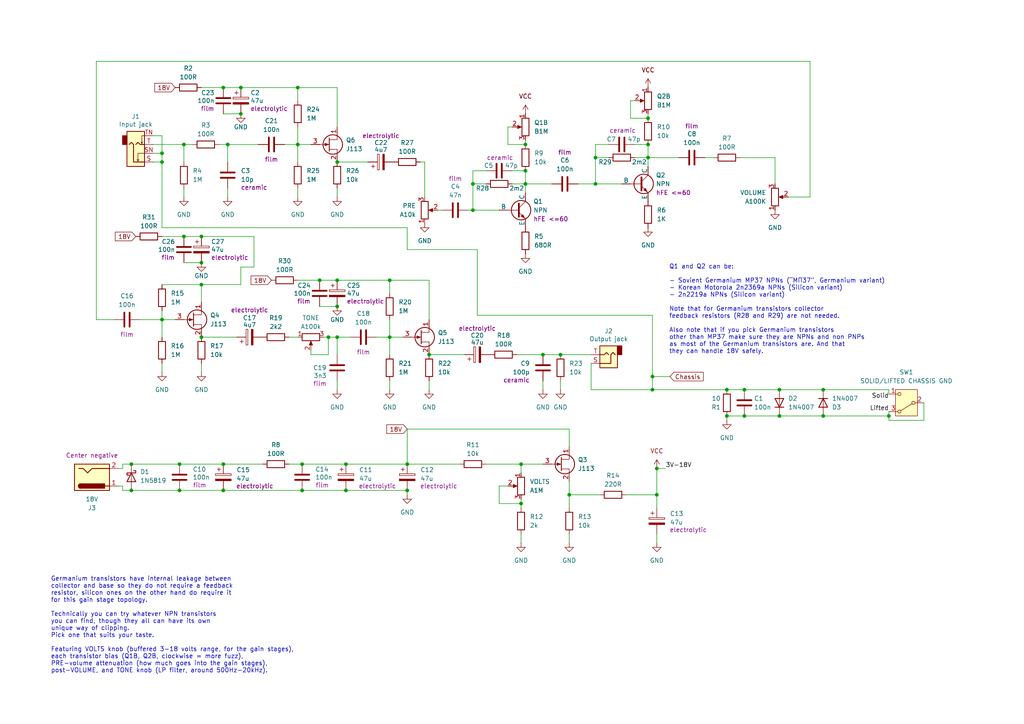
<source format=kicad_sch>
(kicad_sch (version 20250114) (generator "eeschema") (generator_version "9.0")
  (paper "A4")
  (title_block (title "Wenzel’s Fuzz/Boost") (date "February 2026") (rev "r3-wip-1") (comment 1 "You can control anyway how much voltage gain stages receive (as low as 3 volts).") (comment 2 "Feeds from 18V. Technically will work from 9V, but better 18V.") (comment 3 "Two gain stages preserve original signal polarity orientation (non-inverting).") (comment 4 "Simple low-hFE NPN transistor-clipping fuzz/boost guitar pedal."))
  (lib_symbols
    (symbol "Connector:Jack-DC" (pin_names (offset 1.016))
      (property "Reference" "J" (at 0 5.334 0))
      (property "Value" "Jack-DC" (at 0 -5.08 0))
      (symbol "Jack-DC_0_1"
        (rectangle (start -5.08 3.81) (end 5.08 -3.81) (stroke (width 0.254)) (fill (type background)))
        (polyline (pts (xy -3.81 -2.54) (xy -2.54 -2.54) (xy -1.27 -1.27) (xy 0 -2.54) (xy 2.54 -2.54) (xy 5.08 -2.54)) (stroke (width 0.254)))
        (arc (start -3.302 1.905) (mid -3.9343 2.54) (end -3.302 3.175) (stroke (width 0.254)))
        (arc (start -3.302 1.905) (mid -3.9343 2.54) (end -3.302 3.175) (stroke (width 0.254)) (fill (type outline)))
        (rectangle (start 3.683 3.175) (end -3.302 1.905) (stroke (width 0.254)) (fill (type outline)))
        (polyline (pts (xy 5.08 2.54) (xy 3.81 2.54)) (stroke (width 0.254)))
      )
      (symbol "Jack-DC_1_1"
        (pin passive line (at 7.62 2.54 180) (length 2.54) (name "~") (number "1"))
        (pin passive line (at 7.62 -2.54 180) (length 2.54) (name "~") (number "2"))
      )
    )
    (symbol "Connector_Audio:AudioJack2"
      (property "Reference" "J" (at 0 8.89 0))
      (property "Value" "AudioJack2" (at 0 6.35 0))
      (symbol "AudioJack2_0_1"
        (rectangle (start -3.81 0) (end -2.54 -2.54) (stroke (width 0.254)) (fill (type outline)))
        (rectangle (start -2.54 3.81) (end 2.54 -2.54) (stroke (width 0.254)) (fill (type background)))
        (polyline (pts (xy 0 0) (xy 0.635 -0.635) (xy 1.27 0) (xy 2.54 0)) (stroke (width 0.254)))
        (polyline (pts (xy 2.54 2.54) (xy -0.635 2.54) (xy -0.635 0) (xy -1.27 -0.635) (xy -1.905 0)) (stroke (width 0.254)))
      )
      (symbol "AudioJack2_1_1"
        (pin passive line (at 5.08 2.54 180) (length 2.54) (name "~") (number "S"))
        (pin passive line (at 5.08 0 180) (length 2.54) (name "~") (number "T"))
      )
    )
    (symbol "Connector_Audio:AudioJack2_Switch"
      (property "Reference" "J" (at 0 11.43 0))
      (property "Value" "AudioJack2_Switch" (at 0 8.89 0))
      (symbol "AudioJack2_Switch_0_1"
        (rectangle (start -2.54 0) (end -3.81 -2.54) (stroke (width 0.254)) (fill (type outline)))
        (rectangle (start 2.54 6.35) (end -2.54 -3.81) (stroke (width 0.254)) (fill (type background)))
      )
      (symbol "AudioJack2_Switch_1_1"
        (polyline (pts (xy 0 0) (xy 0.635 -0.635) (xy 1.27 0) (xy 2.54 0)) (stroke (width 0.254)))
        (polyline (pts (xy 0.635 4.826) (xy 0.889 4.318)))
        (polyline (pts (xy 1.778 -0.254) (xy 2.032 -0.762)))
        (polyline (pts (xy 2.54 5.08) (xy -0.635 5.08) (xy -0.635 0) (xy -1.27 -0.635) (xy -1.905 0)) (stroke (width 0.254)))
        (polyline (pts (xy 2.54 2.54) (xy 0.635 2.54) (xy 0.635 4.826) (xy 0.381 4.318)))
        (polyline (pts (xy 2.54 -2.54) (xy 1.778 -2.54) (xy 1.778 -0.254) (xy 1.524 -0.762)))
        (pin passive line (at 5.08 5.08 180) (length 2.54) (name "~") (number "S"))
        (pin passive line (at 5.08 2.54 180) (length 2.54) (name "~") (number "SN"))
        (pin passive line (at 5.08 0 180) (length 2.54) (name "~") (number "T"))
        (pin passive line (at 5.08 -2.54 180) (length 2.54) (name "~") (number "TN"))
      )
    )
    (symbol "Device:C" (pin_numbers (hide yes)) (pin_names (offset 0.254))
      (property "Reference" "C" (at 0.635 2.54 0))
      (property "Value" "C" (at 0.635 -2.54 0))
      (symbol "C_0_1"
        (polyline (pts (xy -2.032 0.762) (xy 2.032 0.762)) (stroke (width 0.508)))
        (polyline (pts (xy -2.032 -0.762) (xy 2.032 -0.762)) (stroke (width 0.508)))
      )
      (symbol "C_1_1"
        (pin passive line (at 0 3.81 270) (length 2.794) (name "~") (number "1"))
        (pin passive line (at 0 -3.81 90) (length 2.794) (name "~") (number "2"))
      )
    )
    (symbol "Device:C_Polarized" (pin_numbers (hide yes)) (pin_names (offset 0.254))
      (property "Reference" "C" (at 0.635 2.54 0))
      (property "Value" "C_Polarized" (at 0.635 -2.54 0))
      (symbol "C_Polarized_0_1"
        (rectangle (start -2.286 0.508) (end 2.286 1.016))
        (polyline (pts (xy -1.778 2.286) (xy -0.762 2.286)))
        (polyline (pts (xy -1.27 2.794) (xy -1.27 1.778)))
        (rectangle (start 2.286 -0.508) (end -2.286 -1.016) (fill (type outline)))
      )
      (symbol "C_Polarized_1_1"
        (pin passive line (at 0 3.81 270) (length 2.794) (name "~") (number "1"))
        (pin passive line (at 0 -3.81 90) (length 2.794) (name "~") (number "2"))
      )
    )
    (symbol "Device:R" (pin_numbers (hide yes)) (pin_names (offset 0))
      (property "Reference" "R" (at 2.032 0 90))
      (property "Value" "R" (at 0 0 90))
      (symbol "R_0_1"
        (rectangle (start -1.016 -2.54) (end 1.016 2.54) (stroke (width 0.254)))
      )
      (symbol "R_1_1"
        (pin passive line (at 0 3.81 270) (length 1.27) (name "~") (number "1"))
        (pin passive line (at 0 -3.81 90) (length 1.27) (name "~") (number "2"))
      )
    )
    (symbol "Device:R_Potentiometer" (pin_names (offset 1.016) (hide yes))
      (property "Reference" "RV" (at -4.445 0 90))
      (property "Value" "R_Potentiometer" (at -2.54 0 90))
      (symbol "R_Potentiometer_0_1"
        (rectangle (start 1.016 2.54) (end -1.016 -2.54) (stroke (width 0.254)))
        (polyline (pts (xy 1.143 0) (xy 2.286 0.508) (xy 2.286 -0.508) (xy 1.143 0)) (fill (type outline)))
        (polyline (pts (xy 2.54 0) (xy 1.524 0)))
      )
      (symbol "R_Potentiometer_1_1"
        (pin passive line (at 0 3.81 270) (length 1.27) (name "1") (number "1"))
        (pin passive line (at 0 -3.81 90) (length 1.27) (name "3") (number "3"))
        (pin passive line (at 3.81 0 180) (length 1.27) (name "2") (number "2"))
      )
    )
    (symbol "Diode:1N4007" (pin_numbers (hide yes)) (pin_names (hide yes))
      (property "Reference" "D" (at 0 2.54 0))
      (property "Value" "1N4007" (at 0 -2.54 0))
      (symbol "1N4007_0_1"
        (polyline (pts (xy -1.27 1.27) (xy -1.27 -1.27)) (stroke (width 0.254)))
        (polyline (pts (xy 1.27 1.27) (xy 1.27 -1.27) (xy -1.27 0) (xy 1.27 1.27)) (stroke (width 0.254)))
        (polyline (pts (xy 1.27 0) (xy -1.27 0)))
      )
      (symbol "1N4007_1_1"
        (pin passive line (at -3.81 0 0) (length 2.54) (name "K") (number "1"))
        (pin passive line (at 3.81 0 180) (length 2.54) (name "A") (number "2"))
      )
    )
    (symbol "Diode:1N5819" (pin_numbers (hide yes)) (pin_names (offset 1.016) (hide yes))
      (property "Reference" "D" (at 0 2.54 0))
      (property "Value" "1N5819" (at 0 -2.54 0))
      (symbol "1N5819_0_1"
        (polyline (pts (xy -1.905 0.635) (xy -1.905 1.27) (xy -1.27 1.27) (xy -1.27 -1.27) (xy -0.635 -1.27) (xy -0.635 -0.635)) (stroke (width 0.254)))
        (polyline (pts (xy 1.27 1.27) (xy 1.27 -1.27) (xy -1.27 0) (xy 1.27 1.27)) (stroke (width 0.254)))
        (polyline (pts (xy 1.27 0) (xy -1.27 0)))
      )
      (symbol "1N5819_1_1"
        (pin passive line (at -3.81 0 0) (length 2.54) (name "K") (number "1"))
        (pin passive line (at 3.81 0 180) (length 2.54) (name "A") (number "2"))
      )
    )
    (symbol "Simulation_SPICE:NPN" (pin_numbers (hide yes)) (pin_names (offset 0))
      (property "Reference" "Q" (at -2.54 7.62 0))
      (property "Value" "NPN" (at -2.54 5.08 0))
      (symbol "NPN_0_1"
        (polyline (pts (xy -2.54 0) (xy 0.635 0)) (stroke (width 0.1524)))
        (polyline (pts (xy 0.635 1.905) (xy 0.635 -1.905) (xy 0.635 -1.905)) (stroke (width 0.508)))
        (polyline (pts (xy 0.635 0.635) (xy 2.54 2.54)))
        (polyline (pts (xy 0.635 -0.635) (xy 2.54 -2.54) (xy 2.54 -2.54)))
        (circle (center 1.27 0) (radius 2.8194) (stroke (width 0.254)))
        (polyline (pts (xy 1.27 -1.778) (xy 1.778 -1.27) (xy 2.286 -2.286) (xy 1.27 -1.778) (xy 1.27 -1.778)) (fill (type outline)))
        (polyline (pts (xy 2.794 -1.27) (xy 2.794 -1.27)) (stroke (width 0.1524)))
        (polyline (pts (xy 2.794 -1.27) (xy 2.794 -1.27)) (stroke (width 0.1524)))
      )
      (symbol "NPN_1_1"
        (pin input line (at -5.08 0 0) (length 2.54) (name "B") (number "2"))
        (pin open_collector line (at 2.54 5.08 270) (length 2.54) (name "C") (number "1"))
        (pin open_emitter line (at 2.54 -5.08 90) (length 2.54) (name "E") (number "3"))
      )
    )
    (symbol "Switch:SW_Nidec_CAS-120A1" (pin_names (offset 1) (hide yes))
      (property "Reference" "SW" (at 0 4.318 0))
      (property "Value" "SW_Nidec_CAS-120A1" (at 0 -5.08 0))
      (symbol "SW_Nidec_CAS-120A1_0_1"
        (circle (center -2.032 0) (radius 0.4572))
        (polyline (pts (xy -1.651 0.254) (xy 1.651 2.286)))
        (circle (center 2.032 2.54) (radius 0.4572))
        (circle (center 2.032 -2.54) (radius 0.4572))
      )
      (symbol "SW_Nidec_CAS-120A1_1_1"
        (rectangle (start -3.175 3.81) (end 3.175 -3.81) (fill (type background)))
        (pin passive line (at -5.08 0 0) (length 2.54) (name "B") (number "2"))
        (pin passive line (at 5.08 2.54 180) (length 2.54) (name "A") (number "3"))
        (pin passive line (at 5.08 -2.54 180) (length 2.54) (name "C") (number "1"))
      )
    )
    (symbol "Transistor_FET:MMBFJ113" (pin_names (hide yes))
      (property "Reference" "Q" (at 5.08 1.905 0))
      (property "Value" "MMBFJ113" (at 5.08 0 0))
      (symbol "MMBFJ113_0_1"
        (polyline (pts (xy 0 0) (xy -1.016 0.381) (xy -1.016 -0.381) (xy 0 0)) (fill (type outline)))
        (polyline (pts (xy 0.254 1.905) (xy 0.254 -1.905)) (stroke (width 0.254)))
        (polyline (pts (xy 0.254 0) (xy -2.54 0)))
        (circle (center 1.27 0) (radius 2.8194) (stroke (width 0.254)))
        (polyline (pts (xy 2.54 2.54) (xy 2.54 1.397) (xy 0.254 1.397)))
        (polyline (pts (xy 2.54 -2.54) (xy 2.54 -1.397) (xy 0.254 -1.397)))
      )
      (symbol "MMBFJ113_1_1"
        (pin input line (at -5.08 0 0) (length 2.54) (name "G") (number "3"))
        (pin passive line (at 2.54 5.08 270) (length 2.54) (name "D") (number "1"))
        (pin passive line (at 2.54 -5.08 90) (length 2.54) (name "S") (number "2"))
      )
    )
    (symbol "power:GND" (power) (pin_numbers (hide yes)) (pin_names (offset 0) (hide yes))
      (property "Value" "GND" (at 0 -3.81 0))
      (symbol "GND_0_1"
        (polyline (pts (xy 0 0) (xy 0 -1.27) (xy 1.27 -1.27) (xy 0 -2.54) (xy -1.27 -1.27) (xy 0 -1.27)))
      )
      (symbol "GND_1_1"
        (pin power_in line (at 0 0 270) (length 0) (name "~") (number "1"))
      )
    )
    (symbol "power:VCC" (power) (pin_numbers (hide yes)) (pin_names (offset 0) (hide yes))
      (property "Value" "VCC" (at 0 3.556 0))
      (symbol "VCC_0_1"
        (polyline (pts (xy -0.762 1.27) (xy 0 2.54)))
        (polyline (pts (xy 0 2.54) (xy 0.762 1.27)))
        (polyline (pts (xy 0 0) (xy 0 2.54)))
      )
      (symbol "VCC_1_1"
        (pin power_in line (at 0 0 90) (length 0) (name "~") (number "1"))
      )
    )
  )
  (text "Germanium transistors have internal leakage between\ncollector and base so they do not require a feedback\nresistor, silicon ones on the other hand do require it\nfor this gain stage topology.\n\nTechnically you can try whatever NPN transistors\nyou can find, though they all can have its own\nunique way of clipping.\nPick one that suits your taste.\n\nFeaturing VOLTS knob (buffered 3-18 volts range, for the gain stages),\neach transistor bias (Q1B, Q2B, clockwise = more fuzz),\nPRE-volume attenuation (how much goes into the gain stages),\npost-VOLUME, and TONE knob (LP filter, around 500Hz-20kHz)." (at 14.732 195.326 0) (effects (font (size 1.27 1.27)) (justify left bottom)))
  (text "Q1 and Q2 can be:\n\n- Sovient Germanium MP37 NPNs (“МП37”, Germanium variant)\n- Korean Motorola 2n2369a NPNs (Silicon variant)\n- 2n2219a NPNs (Silicon variant)\n\nNote that for Germanium transistors collector\nfeedback resistors (R28 and R29) are not needed.\n\nAlso note that if you pick Germanium transistors\nother than MP37 make sure they are NPNs and non PNPs\nas most of the Germanium transistors are. And that\nthey can handle 18V safely." (at 194.056 76.708 0) (effects (font (size 1.27 1.27)) (justify left top)))
  (junction (at 210.82 113.03))
  (junction (at 64.77 134.62))
  (junction (at 189.23 109.22))
  (junction (at 113.03 97.79))
  (junction (at 238.76 113.03))
  (junction (at 64.77 25.4))
  (junction (at 118.11 142.24))
  (junction (at 189.23 113.03))
  (junction (at 46.99 92.71))
  (junction (at 190.5 135.89))
  (junction (at 124.46 102.87))
  (junction (at 86.36 41.91))
  (junction (at 92.71 81.28))
  (junction (at 165.1 143.51))
  (junction (at 58.42 76.2))
  (junction (at 151.13 134.62))
  (junction (at 151.13 146.05))
  (junction (at 257.81 120.65))
  (junction (at 66.04 41.91))
  (junction (at 69.85 33.02))
  (junction (at 46.99 46.99))
  (junction (at 187.96 41.91))
  (junction (at 38.1 142.24))
  (junction (at 97.79 88.9))
  (junction (at 226.06 113.03))
  (junction (at 38.1 134.62))
  (junction (at 53.34 41.91))
  (junction (at 87.63 142.24))
  (junction (at 69.85 25.4))
  (junction (at 53.34 68.58))
  (junction (at 100.33 134.62))
  (junction (at 215.9 120.65))
  (junction (at 58.42 68.58))
  (junction (at 52.07 134.62))
  (junction (at 172.72 45.72))
  (junction (at 238.76 120.65))
  (junction (at 152.4 53.34))
  (junction (at 46.99 44.45))
  (junction (at 152.4 41.91))
  (junction (at 210.82 120.65))
  (junction (at 190.5 143.51))
  (junction (at 157.48 102.87))
  (junction (at 86.36 25.4))
  (junction (at 118.11 134.62))
  (junction (at 64.77 142.24))
  (junction (at 226.06 120.65))
  (junction (at 113.03 81.28))
  (junction (at 52.07 142.24))
  (junction (at 172.72 53.34))
  (junction (at 137.16 53.34))
  (junction (at 162.56 102.87))
  (junction (at 100.33 142.24))
  (junction (at 58.42 97.79))
  (junction (at 97.79 81.28))
  (junction (at 137.16 60.96))
  (junction (at 97.79 97.79))
  (junction (at 95.25 97.79))
  (junction (at 187.96 45.72))
  (junction (at 187.96 34.29))
  (junction (at 58.42 82.55))
  (junction (at 215.9 113.03))
  (junction (at 152.4 49.53))
  (junction (at 87.63 134.62))
  (junction (at 97.79 46.99))
  (wire (pts (xy 52.07 134.62) (xy 64.77 134.62)))
  (wire (pts (xy 86.36 54.61) (xy 86.36 57.15)))
  (wire (pts (xy 238.76 113.03) (xy 257.81 113.03)))
  (wire (pts (xy 92.71 88.9) (xy 97.79 88.9)))
  (wire (pts (xy 27.94 17.78) (xy 27.94 92.71)))
  (wire (pts (xy 148.59 49.53) (xy 152.4 49.53)))
  (wire (pts (xy 257.81 121.92) (xy 257.81 120.65)))
  (wire (pts (xy 165.1 139.7) (xy 165.1 143.51)))
  (wire (pts (xy 135.89 60.96) (xy 137.16 60.96)))
  (wire (pts (xy 44.45 46.99) (xy 46.99 46.99)))
  (wire (pts (xy 113.03 81.28) (xy 113.03 85.09)))
  (wire (pts (xy 234.95 17.78) (xy 27.94 17.78)))
  (wire (pts (xy 234.95 57.15) (xy 234.95 17.78)))
  (wire (pts (xy 86.36 41.91) (xy 86.36 46.99)))
  (wire (pts (xy 238.76 120.65) (xy 257.81 120.65)))
  (wire (pts (xy 165.1 129.54) (xy 165.1 124.46)))
  (wire (pts (xy 64.77 33.02) (xy 69.85 33.02)))
  (wire (pts (xy 66.04 54.61) (xy 66.04 57.15)))
  (wire (pts (xy 46.99 46.99) (xy 46.99 44.45)))
  (wire (pts (xy 147.32 41.91) (xy 152.4 41.91)))
  (wire (pts (xy 123.19 46.99) (xy 121.92 46.99)))
  (wire (pts (xy 53.34 68.58) (xy 58.42 68.58)))
  (wire (pts (xy 87.63 134.62) (xy 100.33 134.62)))
  (wire (pts (xy 46.99 39.37) (xy 46.99 44.45)))
  (wire (pts (xy 58.42 82.55) (xy 69.85 82.55)))
  (wire (pts (xy 58.42 82.55) (xy 58.42 87.63)))
  (wire (pts (xy 44.45 44.45) (xy 46.99 44.45)))
  (wire (pts (xy 147.32 41.91) (xy 147.32 36.83)))
  (wire (pts (xy 35.56 135.89) (xy 35.56 134.62)))
  (wire (pts (xy 34.29 140.97) (xy 35.56 140.97)))
  (wire (pts (xy 53.34 76.2) (xy 58.42 76.2)))
  (wire (pts (xy 97.79 46.99) (xy 106.68 46.99)))
  (wire (pts (xy 189.23 109.22) (xy 194.31 109.22)))
  (wire (pts (xy 66.04 41.91) (xy 66.04 46.99)))
  (wire (pts (xy 87.63 142.24) (xy 100.33 142.24)))
  (wire (pts (xy 46.99 68.58) (xy 53.34 68.58)))
  (wire (pts (xy 97.79 110.49) (xy 97.79 113.03)))
  (wire (pts (xy 187.96 45.72) (xy 196.85 45.72)))
  (wire (pts (xy 44.45 39.37) (xy 46.99 39.37)))
  (wire (pts (xy 190.5 135.89) (xy 193.04 135.89)))
  (wire (pts (xy 95.25 97.79) (xy 93.98 97.79)))
  (wire (pts (xy 46.99 90.17) (xy 46.99 92.71)))
  (wire (pts (xy 257.81 114.3) (xy 257.81 113.03)))
  (wire (pts (xy 38.1 134.62) (xy 52.07 134.62)))
  (wire (pts (xy 172.72 53.34) (xy 180.34 53.34)))
  (wire (pts (xy 210.82 120.65) (xy 210.82 121.92)))
  (wire (pts (xy 137.16 53.34) (xy 140.97 53.34)))
  (wire (pts (xy 267.97 116.84) (xy 267.97 121.92)))
  (wire (pts (xy 35.56 134.62) (xy 38.1 134.62)))
  (wire (pts (xy 151.13 144.78) (xy 151.13 146.05)))
  (wire (pts (xy 118.11 134.62) (xy 133.35 134.62)))
  (wire (pts (xy 147.32 140.97) (xy 144.78 140.97)))
  (wire (pts (xy 90.17 102.87) (xy 90.17 101.6)))
  (wire (pts (xy 52.07 142.24) (xy 64.77 142.24)))
  (wire (pts (xy 151.13 134.62) (xy 157.48 134.62)))
  (wire (pts (xy 144.78 140.97) (xy 144.78 146.05)))
  (wire (pts (xy 83.82 134.62) (xy 87.63 134.62)))
  (wire (pts (xy 35.56 142.24) (xy 38.1 142.24)))
  (wire (pts (xy 137.16 53.34) (xy 137.16 60.96)))
  (wire (pts (xy 165.1 154.94) (xy 165.1 157.48)))
  (wire (pts (xy 73.66 77.47) (xy 73.66 68.58)))
  (wire (pts (xy 152.4 53.34) (xy 152.4 55.88)))
  (wire (pts (xy 137.16 49.53) (xy 140.97 49.53)))
  (wire (pts (xy 184.15 41.91) (xy 187.96 41.91)))
  (wire (pts (xy 97.79 81.28) (xy 113.03 81.28)))
  (wire (pts (xy 172.72 41.91) (xy 176.53 41.91)))
  (wire (pts (xy 167.64 53.34) (xy 172.72 53.34)))
  (wire (pts (xy 224.79 45.72) (xy 224.79 53.34)))
  (wire (pts (xy 64.77 142.24) (xy 87.63 142.24)))
  (wire (pts (xy 152.4 49.53) (xy 152.4 53.34)))
  (wire (pts (xy 210.82 120.65) (xy 215.9 120.65)))
  (wire (pts (xy 58.42 97.79) (xy 68.58 97.79)))
  (wire (pts (xy 69.85 82.55) (xy 69.85 77.47)))
  (wire (pts (xy 38.1 142.24) (xy 52.07 142.24)))
  (wire (pts (xy 86.36 36.83) (xy 86.36 41.91)))
  (wire (pts (xy 138.43 72.39) (xy 138.43 91.44)))
  (wire (pts (xy 171.45 113.03) (xy 189.23 113.03)))
  (wire (pts (xy 86.36 41.91) (xy 90.17 41.91)))
  (wire (pts (xy 46.99 46.99) (xy 46.99 66.04)))
  (wire (pts (xy 127 60.96) (xy 128.27 60.96)))
  (wire (pts (xy 215.9 120.65) (xy 226.06 120.65)))
  (wire (pts (xy 149.86 102.87) (xy 157.48 102.87)))
  (wire (pts (xy 46.99 92.71) (xy 50.8 92.71)))
  (wire (pts (xy 152.4 53.34) (xy 160.02 53.34)))
  (wire (pts (xy 63.5 41.91) (xy 66.04 41.91)))
  (wire (pts (xy 83.82 97.79) (xy 86.36 97.79)))
  (wire (pts (xy 58.42 25.4) (xy 64.77 25.4)))
  (wire (pts (xy 152.4 40.64) (xy 152.4 41.91)))
  (wire (pts (xy 40.64 92.71) (xy 46.99 92.71)))
  (wire (pts (xy 86.36 81.28) (xy 92.71 81.28)))
  (wire (pts (xy 157.48 110.49) (xy 157.48 113.03)))
  (wire (pts (xy 137.16 49.53) (xy 137.16 53.34)))
  (wire (pts (xy 46.99 105.41) (xy 46.99 107.95)))
  (wire (pts (xy 124.46 110.49) (xy 124.46 113.03)))
  (wire (pts (xy 162.56 110.49) (xy 162.56 113.03)))
  (wire (pts (xy 187.96 45.72) (xy 187.96 48.26)))
  (wire (pts (xy 184.15 45.72) (xy 187.96 45.72)))
  (wire (pts (xy 189.23 91.44) (xy 189.23 109.22)))
  (wire (pts (xy 210.82 113.03) (xy 215.9 113.03)))
  (wire (pts (xy 207.01 45.72) (xy 204.47 45.72)))
  (wire (pts (xy 137.16 60.96) (xy 144.78 60.96)))
  (wire (pts (xy 187.96 41.91) (xy 187.96 45.72)))
  (wire (pts (xy 226.06 113.03) (xy 238.76 113.03)))
  (wire (pts (xy 118.11 66.04) (xy 118.11 72.39)))
  (wire (pts (xy 144.78 146.05) (xy 151.13 146.05)))
  (wire (pts (xy 172.72 45.72) (xy 176.53 45.72)))
  (wire (pts (xy 69.85 25.4) (xy 86.36 25.4)))
  (wire (pts (xy 118.11 72.39) (xy 138.43 72.39)))
  (wire (pts (xy 97.79 97.79) (xy 101.6 97.79)))
  (wire (pts (xy 113.03 97.79) (xy 113.03 102.87)))
  (wire (pts (xy 215.9 113.03) (xy 226.06 113.03)))
  (wire (pts (xy 44.45 41.91) (xy 53.34 41.91)))
  (wire (pts (xy 190.5 147.32) (xy 190.5 143.51)))
  (wire (pts (xy 165.1 143.51) (xy 165.1 147.32)))
  (wire (pts (xy 46.99 92.71) (xy 46.99 97.79)))
  (wire (pts (xy 97.79 97.79) (xy 95.25 97.79)))
  (wire (pts (xy 140.97 134.62) (xy 151.13 134.62)))
  (wire (pts (xy 138.43 91.44) (xy 189.23 91.44)))
  (wire (pts (xy 35.56 140.97) (xy 35.56 142.24)))
  (wire (pts (xy 66.04 41.91) (xy 74.93 41.91)))
  (wire (pts (xy 157.48 102.87) (xy 162.56 102.87)))
  (wire (pts (xy 86.36 25.4) (xy 97.79 25.4)))
  (wire (pts (xy 46.99 82.55) (xy 58.42 82.55)))
  (wire (pts (xy 113.03 110.49) (xy 113.03 113.03)))
  (wire (pts (xy 95.25 102.87) (xy 95.25 97.79)))
  (wire (pts (xy 214.63 45.72) (xy 224.79 45.72)))
  (wire (pts (xy 53.34 41.91) (xy 55.88 41.91)))
  (wire (pts (xy 34.29 135.89) (xy 35.56 135.89)))
  (wire (pts (xy 123.19 57.15) (xy 123.19 46.99)))
  (wire (pts (xy 64.77 25.4) (xy 69.85 25.4)))
  (wire (pts (xy 190.5 154.94) (xy 190.5 157.48)))
  (wire (pts (xy 46.99 66.04) (xy 118.11 66.04)))
  (wire (pts (xy 124.46 92.71) (xy 124.46 81.28)))
  (wire (pts (xy 97.79 36.83) (xy 97.79 25.4)))
  (wire (pts (xy 182.88 34.29) (xy 182.88 29.21)))
  (wire (pts (xy 181.61 143.51) (xy 190.5 143.51)))
  (wire (pts (xy 113.03 92.71) (xy 113.03 97.79)))
  (wire (pts (xy 124.46 81.28) (xy 113.03 81.28)))
  (wire (pts (xy 118.11 124.46) (xy 118.11 134.62)))
  (wire (pts (xy 53.34 54.61) (xy 53.34 57.15)))
  (wire (pts (xy 190.5 135.89) (xy 190.5 143.51)))
  (wire (pts (xy 172.72 45.72) (xy 172.72 53.34)))
  (wire (pts (xy 162.56 102.87) (xy 171.45 102.87)))
  (wire (pts (xy 90.17 102.87) (xy 95.25 102.87)))
  (wire (pts (xy 97.79 102.87) (xy 97.79 97.79)))
  (wire (pts (xy 100.33 134.62) (xy 118.11 134.62)))
  (wire (pts (xy 147.32 36.83) (xy 148.59 36.83)))
  (wire (pts (xy 27.94 92.71) (xy 33.02 92.71)))
  (wire (pts (xy 124.46 102.87) (xy 134.62 102.87)))
  (wire (pts (xy 109.22 97.79) (xy 113.03 97.79)))
  (wire (pts (xy 151.13 134.62) (xy 151.13 137.16)))
  (wire (pts (xy 53.34 41.91) (xy 53.34 46.99)))
  (wire (pts (xy 171.45 105.41) (xy 171.45 113.03)))
  (wire (pts (xy 148.59 53.34) (xy 152.4 53.34)))
  (wire (pts (xy 118.11 142.24) (xy 118.11 143.51)))
  (wire (pts (xy 182.88 34.29) (xy 187.96 34.29)))
  (wire (pts (xy 82.55 41.91) (xy 86.36 41.91)))
  (wire (pts (xy 189.23 113.03) (xy 210.82 113.03)))
  (wire (pts (xy 182.88 29.21) (xy 184.15 29.21)))
  (wire (pts (xy 228.6 57.15) (xy 234.95 57.15)))
  (wire (pts (xy 165.1 143.51) (xy 173.99 143.51)))
  (wire (pts (xy 151.13 146.05) (xy 151.13 147.32)))
  (wire (pts (xy 100.33 142.24) (xy 118.11 142.24)))
  (wire (pts (xy 86.36 25.4) (xy 86.36 29.21)))
  (wire (pts (xy 257.81 119.38) (xy 257.81 120.65)))
  (wire (pts (xy 189.23 109.22) (xy 189.23 113.03)))
  (wire (pts (xy 165.1 124.46) (xy 118.11 124.46)))
  (wire (pts (xy 187.96 33.02) (xy 187.96 34.29)))
  (wire (pts (xy 64.77 134.62) (xy 76.2 134.62)))
  (wire (pts (xy 69.85 77.47) (xy 73.66 77.47)))
  (wire (pts (xy 267.97 121.92) (xy 257.81 121.92)))
  (wire (pts (xy 151.13 154.94) (xy 151.13 157.48)))
  (wire (pts (xy 92.71 81.28) (xy 97.79 81.28)))
  (wire (pts (xy 226.06 120.65) (xy 238.76 120.65)))
  (wire (pts (xy 58.42 105.41) (xy 58.42 107.95)))
  (wire (pts (xy 73.66 68.58) (xy 58.42 68.58)))
  (wire (pts (xy 113.03 97.79) (xy 116.84 97.79)))
  (wire (pts (xy 172.72 41.91) (xy 172.72 45.72)))
  (wire (pts (xy 97.79 54.61) (xy 97.79 57.15)))
  (label "Lifted" (at 257.81 119.38 180))
  (label "3V-18V" (at 193.04 135.89 0))
  (label "Solid" (at 257.81 114.3 180))
  (global_label "Chassis" (shape input) (at 194.31 109.22 0) (property "Intersheetrefs" "${INTERSHEET_REFS}" (effects (hide yes))))
  (global_label "18V" (shape input) (at 39.37 68.58 180) (property "Intersheetrefs" "${INTERSHEET_REFS}" (effects (hide yes))))
  (global_label "18V" (shape input) (at 118.11 124.46 180) (property "Intersheetrefs" "${INTERSHEET_REFS}" (effects (hide yes))))
  (global_label "18V" (shape input) (at 78.74 81.28 180) (property "Intersheetrefs" "${INTERSHEET_REFS}" (effects (hide yes))))
  (global_label "18V" (shape input) (at 50.8 25.4 180) (property "Intersheetrefs" "${INTERSHEET_REFS}" (effects (hide yes))))
  (symbol (lib_id "Device:R") (at 210.82 45.72 90) (unit 1)
    (property "Reference" "R7" (at 210.82 40.132 90))
    (property "Value" "100R" (at 210.82 42.672 90))
    (property "Description" "Resistor" (effects (hide yes)))
  )
  (symbol (lib_id "Transistor_FET:MMBFJ113") (at 162.56 134.62 0) (unit 1)
    (property "Reference" "Q3" (at 167.64 133.3499 0) (effects (justify left)))
    (property "Value" "J113" (at 167.64 135.8899 0) (effects (justify left)))
    (property "Footprint" "Package_TO_SOT_SMD:SOT-23" (effects (hide yes)))
    (property "Datasheet" "https://www.onsemi.com/pub/Collateral/MMBFJ113-D.PDF" (effects (hide yes)))
    (property "Description" "2mA min, 35V, 100mOhm max, 0.5-3V Vgs(off), N-Channel JFET, SOT-23" (effects (hide yes)))
  )
  (symbol (lib_id "Diode:1N4007") (at 238.76 116.84 90) (mirror x) (unit 1)
    (property "Reference" "D3" (at 241.3 118.1101 90) (effects (justify right)))
    (property "Value" "1N4007" (at 241.3 115.5701 90) (effects (justify right)))
    (property "Footprint" "Diode_THT:D_DO-41_SOD81_P10.16mm_Horizontal" (effects (hide yes)))
    (property "Datasheet" "http://www.vishay.com/docs/88503/1n4001.pdf" (effects (hide yes)))
    (property "Description" "1000V 1A General Purpose Rectifier Diode, DO-41" (effects (hide yes)))
    (property "Sim.Device" "D" (effects (hide yes)))
    (property "Sim.Pins" "1=K 2=A" (effects (hide yes)))
  )
  (symbol (lib_id "Device:C_Polarized") (at 58.42 72.39 0) (unit 1)
    (property "Reference" "C27" (at 61.214 70.104 0) (effects (justify left)))
    (property "Value" "47u" (at 61.214 72.39 0) (effects (justify left)))
    (property "Footprint" "electrolytic" (at 61.214 74.676 0) (effects (justify left)))
    (property "Description" "Polarized capacitor" (effects (hide yes)))
  )
  (symbol (lib_id "power:VCC") (at 187.96 25.4 0) (unit 1)
    (property "Reference" "#PWR011" (effects (hide yes)))
    (property "Value" "VCC" (at 187.96 20.32 0))
    (property "Description" "Power symbol creates a global label with name \"VCC\"" (effects (hide yes)))
  )
  (symbol (lib_id "power:VCC") (at 152.4 33.02 0) (unit 1)
    (property "Reference" "#PWR010" (effects (hide yes)))
    (property "Value" "VCC" (at 152.4 27.94 0))
    (property "Description" "Power symbol creates a global label with name \"VCC\"" (effects (hide yes)))
  )
  (symbol (lib_id "Device:R") (at 59.69 41.91 90) (unit 1)
    (property "Reference" "R3" (at 59.69 36.322 90))
    (property "Value" "100R" (at 59.69 38.862 90))
    (property "Description" "Resistor" (effects (hide yes)))
  )
  (symbol (lib_id "power:GND") (at 124.46 113.03 0) (unit 1)
    (property "Reference" "#PWR025" (effects (hide yes)))
    (property "Value" "GND" (at 124.46 118.11 0))
    (property "Description" "Power symbol creates a global label with name \"GND\" , ground" (effects (hide yes)))
  )
  (symbol (lib_id "Device:C_Polarized") (at 110.49 46.99 90) (unit 1)
    (property "Reference" "C22" (at 110.49 41.402 90))
    (property "Value" "4u7" (at 110.49 43.434 90))
    (property "Footprint" "electrolytic" (at 110.49 39.37 90))
    (property "Description" "Polarized capacitor" (effects (hide yes)))
  )
  (symbol (lib_id "power:GND") (at 165.1 157.48 0) (unit 1)
    (property "Reference" "#PWR019" (effects (hide yes)))
    (property "Value" "GND" (at 165.1 162.56 0))
    (property "Description" "Power symbol creates a global label with name \"GND\" , ground" (effects (hide yes)))
  )
  (symbol (lib_id "Switch:SW_Nidec_CAS-120A1") (at 262.89 116.84 180) (unit 1)
    (property "Reference" "SW1" (at 262.89 107.95 0))
    (property "Value" "SOLID/LIFTED CHASSIS GND" (at 262.89 110.49 0))
    (property "Footprint" "Button_Switch_SMD:Nidec_Copal_CAS-120A" (effects (hide yes)))
    (property "Datasheet" "https://www.nidec-components.com/e/catalog/switch/cas.pdf" (effects (hide yes)))
    (property "Description" "Switch, single pole double throw" (effects (hide yes)))
  )
  (symbol (lib_id "power:GND") (at 97.79 113.03 0) (unit 1)
    (property "Reference" "#PWR026" (effects (hide yes)))
    (property "Value" "GND" (at 97.79 118.11 0))
    (property "Description" "Power symbol creates a global label with name \"GND\" , ground" (effects (hide yes)))
  )
  (symbol (lib_id "Device:C") (at 163.83 53.34 90) (unit 1)
    (property "Reference" "C6" (at 163.83 46.482 90))
    (property "Value" "100n" (at 163.83 49.022 90))
    (property "Footprint" "film" (at 163.83 44.196 90))
    (property "Description" "Unpolarized capacitor" (effects (hide yes)))
  )
  (symbol (lib_id "power:GND") (at 69.85 33.02 0) (unit 1)
    (property "Reference" "#PWR01" (effects (hide yes)))
    (property "Value" "GND" (at 69.85 36.83 0))
    (property "Description" "Power symbol creates a global label with name \"GND\" , ground" (effects (hide yes)))
  )
  (symbol (lib_id "Device:C_Polarized") (at 118.11 138.43 0) (unit 1)
    (property "Reference" "C12" (at 121.92 136.2709 0) (effects (justify left)))
    (property "Value" "47u" (at 121.92 138.8109 0) (effects (justify left)))
    (property "Footprint" "electrolytic" (at 127.254 140.97 0))
    (property "Description" "Polarized capacitor" (effects (hide yes)))
  )
  (symbol (lib_id "Device:R") (at 137.16 134.62 90) (unit 1)
    (property "Reference" "R11" (at 137.16 129.032 90))
    (property "Value" "10k" (at 137.16 131.572 90))
    (property "Description" "Resistor" (effects (hide yes)))
  )
  (symbol (lib_id "power:GND") (at 46.99 107.95 0) (unit 1)
    (property "Reference" "#PWR022" (effects (hide yes)))
    (property "Value" "GND" (at 46.99 113.03 0))
    (property "Description" "Power symbol creates a global label with name \"GND\" , ground" (effects (hide yes)))
  )
  (symbol (lib_id "Device:C") (at 66.04 50.8 0) (unit 1)
    (property "Reference" "C3" (at 69.85 49.5299 0) (effects (justify left)))
    (property "Value" "10p" (at 69.85 52.0699 0) (effects (justify left)))
    (property "Footprint" "ceramic" (at 69.85 54.356 0) (effects (justify left)))
    (property "Description" "Unpolarized capacitor" (effects (hide yes)))
  )
  (symbol (lib_id "Device:C_Polarized") (at 72.39 97.79 90) (unit 1)
    (property "Reference" "C17" (at 72.39 92.202 90))
    (property "Value" "4u7" (at 72.39 94.234 90))
    (property "Footprint" "electrolytic" (at 72.39 89.916 90))
    (property "Description" "Polarized capacitor" (effects (hide yes)))
  )
  (symbol (lib_id "power:GND") (at 162.56 113.03 0) (unit 1)
    (property "Reference" "#PWR027" (effects (hide yes)))
    (property "Value" "GND" (at 162.56 118.11 0))
    (property "Description" "Power symbol creates a global label with name \"GND\" , ground" (effects (hide yes)))
  )
  (symbol (lib_id "Device:C") (at 144.78 49.53 90) (unit 1)
    (property "Reference" "C5" (at 141.732 48.006 90))
    (property "Value" "47p" (at 148.336 48.006 90))
    (property "Footprint" "ceramic" (at 145.034 45.72 90))
    (property "Description" "Unpolarized capacitor" (effects (hide yes)))
  )
  (symbol (lib_id "Device:C") (at 52.07 138.43 0) (unit 1)
    (property "Reference" "C10" (at 55.88 136.144 0) (effects (justify left)))
    (property "Value" "100n" (at 55.88 138.43 0) (effects (justify left)))
    (property "Footprint" "film" (at 57.912 140.716 0))
    (property "Description" "Unpolarized capacitor" (effects (hide yes)))
  )
  (symbol (lib_id "Simulation_SPICE:NPN") (at 185.42 53.34 0) (unit 1)
    (property "Reference" "Q2" (at 190.246 50.8 0) (effects (justify left)))
    (property "Value" "NPN" (at 190.246 53.34 0) (effects (justify left)))
    (property "Datasheet" "https://ngspice.sourceforge.io/docs/ngspice-html-manual/manual.xhtml#cha_BJTs" (effects (hide yes)))
    (property "Description" "Bipolar transistor symbol for simulation only, substrate tied to the emitter" (effects (hide yes)))
    (property "Sim.Device" "NPN" (effects (hide yes)))
    (property "Sim.Type" "GUMMELPOON" (effects (hide yes)))
    (property "Sim.Pins" "1=C 2=B 3=E" (effects (hide yes)))
    (property "Field8" "hFE <=60" (at 190.246 55.8801 0) (effects (justify left)))
  )
  (symbol (lib_id "Device:C") (at 87.63 138.43 0) (unit 1)
    (property "Reference" "C14" (at 91.44 136.144 0) (effects (justify left)))
    (property "Value" "100n" (at 91.44 138.43 0) (effects (justify left)))
    (property "Footprint" "film" (at 93.472 140.716 0))
    (property "Description" "Unpolarized capacitor" (effects (hide yes)))
  )
  (symbol (lib_id "Device:C_Polarized") (at 138.43 102.87 90) (unit 1)
    (property "Reference" "C20" (at 138.43 97.282 90))
    (property "Value" "47u" (at 138.43 99.314 90))
    (property "Footprint" "electrolytic" (at 138.43 95.25 90))
    (property "Description" "Polarized capacitor" (effects (hide yes)))
  )
  (symbol (lib_id "Transistor_FET:MMBFJ113") (at 121.92 97.79 0) (unit 1)
    (property "Reference" "Q5" (at 127 96.5199 0) (effects (justify left)))
    (property "Value" "J113" (at 127 99.0599 0) (effects (justify left)))
    (property "Footprint" "Package_TO_SOT_SMD:SOT-23" (effects (hide yes)))
    (property "Datasheet" "https://www.onsemi.com/pub/Collateral/MMBFJ113-D.PDF" (effects (hide yes)))
    (property "Description" "2mA min, 35V, 100mOhm max, 0.5-3V Vgs(off), N-Channel JFET, SOT-23" (effects (hide yes)))
  )
  (symbol (lib_id "Device:R") (at 113.03 88.9 0) (unit 1)
    (property "Reference" "R20" (at 115.57 87.6299 0) (effects (justify left)))
    (property "Value" "1M" (at 115.57 90.1699 0) (effects (justify left)))
    (property "Description" "Resistor" (effects (hide yes)))
  )
  (symbol (lib_id "Device:R") (at 152.4 45.72 0) (unit 1)
    (property "Reference" "R9" (at 154.94 44.4499 0) (effects (justify left)))
    (property "Value" "10k" (at 154.94 46.9899 0) (effects (justify left)))
    (property "Description" "Resistor" (effects (hide yes)))
  )
  (symbol (lib_id "power:GND") (at 58.42 107.95 0) (unit 1)
    (property "Reference" "#PWR023" (effects (hide yes)))
    (property "Value" "GND" (at 58.42 113.03 0))
    (property "Description" "Power symbol creates a global label with name \"GND\" , ground" (effects (hide yes)))
  )
  (symbol (lib_id "Device:R_Potentiometer") (at 90.17 97.79 90) (mirror x) (unit 1)
    (property "Reference" "TONE" (at 90.17 92.202 90))
    (property "Value" "A100k" (at 90.17 94.742 90))
    (property "Description" "Potentiometer" (effects (hide yes)))
  )
  (symbol (lib_id "Device:C_Polarized") (at 100.33 138.43 0) (unit 1)
    (property "Reference" "C11" (at 104.14 136.2709 0) (effects (justify left)))
    (property "Value" "47u" (at 104.14 138.8109 0) (effects (justify left)))
    (property "Footprint" "electrolytic" (at 109.474 140.97 0))
    (property "Description" "Polarized capacitor" (effects (hide yes)))
  )
  (symbol (lib_id "Device:R") (at 86.36 33.02 0) (unit 1)
    (property "Reference" "R24" (at 88.9 31.7499 0) (effects (justify left)))
    (property "Value" "1M" (at 88.9 34.2899 0) (effects (justify left)))
    (property "Description" "Resistor" (effects (hide yes)))
  )
  (symbol (lib_id "power:GND") (at 53.34 57.15 0) (unit 1)
    (property "Reference" "#PWR08" (effects (hide yes)))
    (property "Value" "GND" (at 53.34 62.23 0))
    (property "Description" "Power symbol creates a global label with name \"GND\" , ground" (effects (hide yes)))
  )
  (symbol (lib_id "power:GND") (at 123.19 64.77 0) (unit 1)
    (property "Reference" "#PWR031" (effects (hide yes)))
    (property "Value" "GND" (at 123.19 69.85 0))
    (property "Description" "Power symbol creates a global label with name \"GND\" , ground" (effects (hide yes)))
  )
  (symbol (lib_id "Device:R") (at 113.03 106.68 0) (unit 1)
    (property "Reference" "R21" (at 115.57 105.4099 0) (effects (justify left)))
    (property "Value" "1M" (at 115.57 107.9499 0) (effects (justify left)))
    (property "Description" "Resistor" (effects (hide yes)))
  )
  (symbol (lib_id "Device:C_Polarized") (at 69.85 29.21 0) (unit 1)
    (property "Reference" "C2" (at 72.644 26.924 0) (effects (justify left)))
    (property "Value" "47u" (at 72.644 29.21 0) (effects (justify left)))
    (property "Footprint" "electrolytic" (at 72.644 31.496 0) (effects (justify left)))
    (property "Description" "Polarized capacitor" (effects (hide yes)))
  )
  (symbol (lib_id "Connector_Audio:AudioJack2_Switch") (at 39.37 41.91 0) (mirror x) (unit 1)
    (property "Reference" "J1" (at 39.37 33.782 0))
    (property "Value" "Input jack" (at 39.37 36.068 0))
    (property "Description" "Audio Jack, 2 Poles (Mono / TS), Switched Pole (Normalling)" (effects (hide yes)))
  )
  (symbol (lib_id "Device:R") (at 86.36 50.8 0) (unit 1)
    (property "Reference" "R25" (at 88.9 49.5299 0) (effects (justify left)))
    (property "Value" "1M" (at 88.9 52.0699 0) (effects (justify left)))
    (property "Description" "Resistor" (effects (hide yes)))
  )
  (symbol (lib_id "power:GND") (at 190.5 157.48 0) (unit 1)
    (property "Reference" "#PWR020" (effects (hide yes)))
    (property "Value" "GND" (at 190.5 162.56 0))
    (property "Description" "Power symbol creates a global label with name \"GND\" , ground" (effects (hide yes)))
  )
  (symbol (lib_id "power:GND") (at 113.03 113.03 0) (unit 1)
    (property "Reference" "#PWR024" (effects (hide yes)))
    (property "Value" "GND" (at 113.03 118.11 0))
    (property "Description" "Power symbol creates a global label with name \"GND\" , ground" (effects (hide yes)))
  )
  (symbol (lib_id "Device:R") (at 151.13 151.13 0) (unit 1)
    (property "Reference" "R12" (at 153.67 149.8599 0) (effects (justify left)))
    (property "Value" "2k" (at 153.67 152.3999 0) (effects (justify left)))
    (property "Description" "Resistor" (effects (hide yes)))
  )
  (symbol (lib_id "Device:C") (at 132.08 60.96 90) (unit 1)
    (property "Reference" "C4" (at 132.08 54.102 90))
    (property "Value" "47n" (at 132.08 56.642 90))
    (property "Footprint" "film" (at 132.08 51.816 90))
    (property "Description" "Unpolarized capacitor" (effects (hide yes)))
  )
  (symbol (lib_id "power:GND") (at 66.04 57.15 0) (unit 1)
    (property "Reference" "#PWR07" (effects (hide yes)))
    (property "Value" "GND" (at 66.04 62.23 0))
    (property "Description" "Power symbol creates a global label with name \"GND\" , ground" (effects (hide yes)))
  )
  (symbol (lib_id "Device:R_Potentiometer") (at 152.4 36.83 0) (mirror y) (unit 1)
    (property "Reference" "Q1B" (at 154.94 35.5599 0) (effects (justify right)))
    (property "Value" "B1M" (at 154.94 38.0999 0) (effects (justify right)))
    (property "Description" "Potentiometer" (effects (hide yes)))
  )
  (symbol (lib_id "Device:R") (at 54.61 25.4 90) (unit 1)
    (property "Reference" "R2" (at 54.61 19.812 90))
    (property "Value" "100R" (at 54.61 22.352 90))
    (property "Description" "Resistor" (effects (hide yes)))
  )
  (symbol (lib_id "Device:R_Potentiometer") (at 224.79 57.15 0) (mirror x) (unit 1)
    (property "Reference" "VOLUME" (at 222.25 55.8799 0) (effects (justify right)))
    (property "Value" "A100K" (at 222.25 58.4199 0) (effects (justify right)))
    (property "Description" "Potentiometer" (effects (hide yes)))
  )
  (symbol (lib_id "Device:R") (at 162.56 106.68 0) (unit 1)
    (property "Reference" "R23" (at 165.1 105.4099 0) (effects (justify left)))
    (property "Value" "10k" (at 165.1 107.9499 0) (effects (justify left)))
    (property "Description" "Resistor" (effects (hide yes)))
  )
  (symbol (lib_id "power:VCC") (at 190.5 135.89 0) (unit 1)
    (property "Reference" "#PWR021" (effects (hide yes)))
    (property "Value" "VCC" (at 190.5 130.81 0))
    (property "Description" "Power symbol creates a global label with name \"VCC\"" (effects (hide yes)))
  )
  (symbol (lib_id "Device:C") (at 78.74 41.91 90) (unit 1)
    (property "Reference" "C21" (at 78.74 35.052 90))
    (property "Value" "100n" (at 78.74 37.592 90))
    (property "Footprint" "film" (at 78.74 46.228 90))
    (property "Description" "Unpolarized capacitor" (effects (hide yes)))
  )
  (symbol (lib_id "Device:R") (at 124.46 106.68 0) (unit 1)
    (property "Reference" "R22" (at 127 105.4099 0) (effects (justify left)))
    (property "Value" "10k" (at 127 107.9499 0) (effects (justify left)))
    (property "Description" "Resistor" (effects (hide yes)))
  )
  (symbol (lib_id "Device:C") (at 36.83 92.71 90) (unit 1)
    (property "Reference" "C16" (at 36.83 85.852 90))
    (property "Value" "100n" (at 36.83 88.392 90))
    (property "Footprint" "film" (at 36.83 97.028 90))
    (property "Description" "Unpolarized capacitor" (effects (hide yes)))
  )
  (symbol (lib_id "Device:R_Potentiometer") (at 187.96 29.21 0) (mirror y) (unit 1)
    (property "Reference" "Q2B" (at 190.5 27.9399 0) (effects (justify right)))
    (property "Value" "B1M" (at 190.5 30.4799 0) (effects (justify right)))
    (property "Description" "Potentiometer" (effects (hide yes)))
  )
  (symbol (lib_id "Device:C") (at 157.48 106.68 0) (mirror y) (unit 1)
    (property "Reference" "C9" (at 153.67 105.4099 0) (effects (justify left)))
    (property "Value" "100p" (at 153.67 107.9499 0) (effects (justify left)))
    (property "Footprint" "ceramic" (at 153.67 110.236 0) (effects (justify left)))
    (property "Description" "Unpolarized capacitor" (effects (hide yes)))
  )
  (symbol (lib_id "Diode:1N5819") (at 38.1 138.43 270) (unit 1)
    (property "Reference" "D1" (at 40.64 136.8424 90) (effects (justify left)))
    (property "Value" "1N5819" (at 40.64 139.3824 90) (effects (justify left)))
    (property "Footprint" "Diode_THT:D_DO-41_SOD81_P10.16mm_Horizontal" (effects (hide yes)))
    (property "Datasheet" "http://www.vishay.com/docs/88525/1n5817.pdf" (effects (hide yes)))
    (property "Description" "40V 1A Schottky Barrier Rectifier Diode, DO-41" (effects (hide yes)))
  )
  (symbol (lib_id "Device:R") (at 46.99 86.36 0) (unit 1)
    (property "Reference" "R15" (at 49.53 85.0899 0) (effects (justify left)))
    (property "Value" "1M" (at 49.53 87.6299 0) (effects (justify left)))
    (property "Description" "Resistor" (effects (hide yes)))
  )
  (symbol (lib_id "Device:C_Polarized") (at 190.5 151.13 0) (unit 1)
    (property "Reference" "C13" (at 194.31 148.9709 0) (effects (justify left)))
    (property "Value" "47u" (at 194.31 151.5109 0) (effects (justify left)))
    (property "Footprint" "electrolytic" (at 199.644 153.67 0))
    (property "Description" "Polarized capacitor" (effects (hide yes)))
  )
  (symbol (lib_id "power:GND") (at 187.96 66.04 0) (unit 1)
    (property "Reference" "#PWR012" (effects (hide yes)))
    (property "Value" "GND" (at 187.96 71.12 0))
    (property "Description" "Power symbol creates a global label with name \"GND\" , ground" (effects (hide yes)))
  )
  (symbol (lib_id "Device:R") (at 53.34 50.8 0) (unit 1)
    (property "Reference" "R4" (at 55.88 49.5299 0) (effects (justify left)))
    (property "Value" "1M" (at 55.88 52.0699 0) (effects (justify left)))
    (property "Description" "Resistor" (effects (hide yes)))
  )
  (symbol (lib_id "Device:C") (at 92.71 85.09 0) (mirror y) (unit 1)
    (property "Reference" "C24" (at 90.17 82.804 0) (effects (justify left)))
    (property "Value" "100n" (at 90.17 85.09 0) (effects (justify left)))
    (property "Footprint" "film" (at 88.138 87.376 0))
    (property "Description" "Unpolarized capacitor" (effects (hide yes)))
  )
  (symbol (lib_id "power:GND") (at 151.13 157.48 0) (unit 1)
    (property "Reference" "#PWR018" (effects (hide yes)))
    (property "Value" "GND" (at 151.13 162.56 0))
    (property "Description" "Power symbol creates a global label with name \"GND\" , ground" (effects (hide yes)))
  )
  (symbol (lib_id "power:GND") (at 97.79 88.9 0) (unit 1)
    (property "Reference" "#PWR03" (effects (hide yes)))
    (property "Value" "GND" (at 97.79 92.71 0))
    (property "Description" "Power symbol creates a global label with name \"GND\" , ground" (effects (hide yes)))
  )
  (symbol (lib_id "Device:R") (at 187.96 62.23 0) (unit 1)
    (property "Reference" "R6" (at 190.5 60.9599 0) (effects (justify left)))
    (property "Value" "1K" (at 190.5 63.4999 0) (effects (justify left)))
    (property "Description" "Resistor" (effects (hide yes)))
  )
  (symbol (lib_id "Device:R") (at 80.01 97.79 90) (unit 1)
    (property "Reference" "R19" (at 80.01 92.202 90))
    (property "Value" "2k2" (at 80.01 94.742 90))
    (property "Description" "Resistor" (effects (hide yes)))
  )
  (symbol (lib_id "Device:C_Polarized") (at 64.77 138.43 0) (unit 1)
    (property "Reference" "C15" (at 68.58 136.2709 0) (effects (justify left)))
    (property "Value" "47u" (at 68.58 138.8109 0) (effects (justify left)))
    (property "Footprint" "electrolytic" (at 73.914 140.97 0))
    (property "Description" "Polarized capacitor" (effects (hide yes)))
  )
  (symbol (lib_id "Device:R") (at 180.34 45.72 90) (unit 1)
    (property "Reference" "R29" (at 175.514 46.99 90))
    (property "Value" "2m2" (at 185.42 46.99 90))
    (property "Description" "Resistor" (effects (hide yes)))
  )
  (symbol (lib_id "Device:R") (at 177.8 143.51 90) (unit 1)
    (property "Reference" "R14" (at 177.8 137.922 90))
    (property "Value" "220R" (at 177.8 140.462 90))
    (property "Description" "Resistor" (effects (hide yes)))
  )
  (symbol (lib_id "Device:C_Polarized") (at 97.79 85.09 0) (unit 1)
    (property "Reference" "C25" (at 100.584 82.804 0) (effects (justify left)))
    (property "Value" "47u" (at 100.584 85.09 0) (effects (justify left)))
    (property "Footprint" "electrolytic" (at 100.584 87.376 0) (effects (justify left)))
    (property "Description" "Polarized capacitor" (effects (hide yes)))
  )
  (symbol (lib_id "power:GND") (at 152.4 73.66 0) (unit 1)
    (property "Reference" "#PWR09" (effects (hide yes)))
    (property "Value" "GND" (at 152.4 78.74 0))
    (property "Description" "Power symbol creates a global label with name \"GND\" , ground" (effects (hide yes)))
  )
  (symbol (lib_id "Device:C") (at 215.9 116.84 0) (unit 1)
    (property "Reference" "C1" (at 218.694 115.57 0) (effects (justify left)))
    (property "Value" "100n" (at 218.694 118.11 0) (effects (justify left)))
    (property "Description" "Unpolarized capacitor" (effects (hide yes)))
    (property "Field5" "Film" (effects (hide yes)))
  )
  (symbol (lib_id "Device:C") (at 105.41 97.79 90) (unit 1)
    (property "Reference" "C18" (at 105.41 90.932 90))
    (property "Value" "100n" (at 105.41 93.472 90))
    (property "Footprint" "film" (at 105.41 102.108 90))
    (property "Description" "Unpolarized capacitor" (effects (hide yes)))
  )
  (symbol (lib_id "Diode:1N4007") (at 226.06 116.84 90) (unit 1)
    (property "Reference" "D2" (at 228.6 115.5699 90) (effects (justify right)))
    (property "Value" "1N4007" (at 228.6 118.1099 90) (effects (justify right)))
    (property "Footprint" "Diode_THT:D_DO-41_SOD81_P10.16mm_Horizontal" (effects (hide yes)))
    (property "Datasheet" "http://www.vishay.com/docs/88503/1n4001.pdf" (effects (hide yes)))
    (property "Description" "1000V 1A General Purpose Rectifier Diode, DO-41" (effects (hide yes)))
    (property "Sim.Device" "D" (effects (hide yes)))
    (property "Sim.Pins" "1=K 2=A" (effects (hide yes)))
  )
  (symbol (lib_id "Device:R") (at 82.55 81.28 90) (unit 1)
    (property "Reference" "R30" (at 82.55 75.692 90))
    (property "Value" "100R" (at 82.55 78.232 90))
    (property "Description" "Resistor" (effects (hide yes)))
  )
  (symbol (lib_id "Device:R") (at 46.99 101.6 0) (unit 1)
    (property "Reference" "R16" (at 49.53 100.3299 0) (effects (justify left)))
    (property "Value" "1M" (at 49.53 102.8699 0) (effects (justify left)))
    (property "Description" "Resistor" (effects (hide yes)))
  )
  (symbol (lib_id "Device:R_Potentiometer") (at 151.13 140.97 0) (mirror y) (unit 1)
    (property "Reference" "VOLTS" (at 153.67 139.6999 0) (effects (justify right)))
    (property "Value" "A1M" (at 153.67 142.2399 0) (effects (justify right)))
    (property "Description" "Potentiometer" (effects (hide yes)))
  )
  (symbol (lib_id "Device:R") (at 146.05 102.87 90) (unit 1)
    (property "Reference" "R18" (at 146.05 97.282 90))
    (property "Value" "100R" (at 146.05 99.822 90))
    (property "Description" "Resistor" (effects (hide yes)))
  )
  (symbol (lib_id "power:GND") (at 58.42 76.2 0) (unit 1)
    (property "Reference" "#PWR04" (effects (hide yes)))
    (property "Value" "GND" (at 58.42 80.01 0))
    (property "Description" "Power symbol creates a global label with name \"GND\" , ground" (effects (hide yes)))
  )
  (symbol (lib_id "Device:R") (at 144.78 53.34 90) (unit 1)
    (property "Reference" "R28" (at 139.954 54.61 90))
    (property "Value" "2m2" (at 149.86 54.61 90))
    (property "Description" "Resistor" (effects (hide yes)))
  )
  (symbol (lib_id "Device:R") (at 152.4 69.85 0) (unit 1)
    (property "Reference" "R5" (at 154.94 68.5799 0) (effects (justify left)))
    (property "Value" "680R" (at 154.94 71.1199 0) (effects (justify left)))
    (property "Description" "Resistor" (effects (hide yes)))
  )
  (symbol (lib_id "Device:R") (at 97.79 50.8 0) (unit 1)
    (property "Reference" "R26" (at 100.33 49.5299 0) (effects (justify left)))
    (property "Value" "10k" (at 100.33 52.0699 0) (effects (justify left)))
    (property "Description" "Resistor" (effects (hide yes)))
  )
  (symbol (lib_id "Device:R") (at 210.82 116.84 0) (unit 1)
    (property "Reference" "R1" (at 209.042 118.11 0) (effects (justify right)))
    (property "Value" "10" (at 209.042 115.57 0) (effects (justify right)))
    (property "Description" "Resistor" (effects (hide yes)))
  )
  (symbol (lib_id "Device:C") (at 97.79 106.68 0) (mirror y) (unit 1)
    (property "Reference" "C19" (at 94.742 106.68 0) (effects (justify left)))
    (property "Value" "3n3" (at 94.742 108.966 0) (effects (justify left)))
    (property "Footprint" "film" (at 94.742 111.252 0) (effects (justify left)))
    (property "Description" "Unpolarized capacitor" (effects (hide yes)))
  )
  (symbol (lib_id "Device:R_Potentiometer") (at 123.19 60.96 0) (mirror x) (unit 1)
    (property "Reference" "PRE" (at 120.65 59.6899 0) (effects (justify right)))
    (property "Value" "A10k" (at 120.65 62.2299 0) (effects (justify right)))
    (property "Description" "Potentiometer" (effects (hide yes)))
  )
  (symbol (lib_id "Connector:Jack-DC") (at 26.67 138.43 0) (mirror x) (unit 1)
    (property "Reference" "J3" (at 26.67 147.32 0))
    (property "Value" "18V" (at 26.67 144.78 0))
    (property "Description" "DC Barrel Jack" (effects (hide yes)))
    (property "Field5" "Center negative" (at 26.67 132.08 0))
  )
  (symbol (lib_id "Device:R") (at 43.18 68.58 90) (unit 1)
    (property "Reference" "R31" (at 43.18 62.992 90))
    (property "Value" "100R" (at 43.18 65.532 90))
    (property "Description" "Resistor" (effects (hide yes)))
  )
  (symbol (lib_id "Transistor_FET:MMBFJ113") (at 55.88 92.71 0) (unit 1)
    (property "Reference" "Q4" (at 60.96 91.4399 0) (effects (justify left)))
    (property "Value" "J113" (at 60.96 93.9799 0) (effects (justify left)))
    (property "Footprint" "Package_TO_SOT_SMD:SOT-23" (effects (hide yes)))
    (property "Datasheet" "https://www.onsemi.com/pub/Collateral/MMBFJ113-D.PDF" (effects (hide yes)))
    (property "Description" "2mA min, 35V, 100mOhm max, 0.5-3V Vgs(off), N-Channel JFET, SOT-23" (effects (hide yes)))
  )
  (symbol (lib_id "Device:R") (at 118.11 46.99 90) (unit 1)
    (property "Reference" "R27" (at 118.11 41.402 90))
    (property "Value" "100R" (at 118.11 43.942 90))
    (property "Description" "Resistor" (effects (hide yes)))
  )
  (symbol (lib_id "Device:R") (at 80.01 134.62 90) (unit 1)
    (property "Reference" "R8" (at 80.01 129.032 90))
    (property "Value" "100R" (at 80.01 131.572 90))
    (property "Description" "Resistor" (effects (hide yes)))
  )
  (symbol (lib_id "power:GND") (at 210.82 121.92 0) (unit 1)
    (property "Reference" "#PWR02" (effects (hide yes)))
    (property "Value" "GND" (at 210.82 127 0))
    (property "Description" "Power symbol creates a global label with name \"GND\" , ground" (effects (hide yes)))
  )
  (symbol (lib_id "Connector_Audio:AudioJack2") (at 176.53 102.87 180) (unit 1)
    (property "Reference" "J2" (at 176.53 96.012 0))
    (property "Value" "Output jack" (at 176.53 98.298 0))
    (property "Description" "Audio Jack, 2 Poles (Mono / TS)" (effects (hide yes)))
  )
  (symbol (lib_id "power:GND") (at 157.48 113.03 0) (unit 1)
    (property "Reference" "#PWR028" (effects (hide yes)))
    (property "Value" "GND" (at 157.48 118.11 0))
    (property "Description" "Power symbol creates a global label with name \"GND\" , ground" (effects (hide yes)))
  )
  (symbol (lib_id "power:GND") (at 118.11 143.51 0) (unit 1)
    (property "Reference" "#PWR017" (effects (hide yes)))
    (property "Value" "GND" (at 118.11 148.59 0))
    (property "Description" "Power symbol creates a global label with name \"GND\" , ground" (effects (hide yes)))
  )
  (symbol (lib_id "Transistor_FET:MMBFJ113") (at 95.25 41.91 0) (unit 1)
    (property "Reference" "Q6" (at 100.33 40.6399 0) (effects (justify left)))
    (property "Value" "J113" (at 100.33 43.1799 0) (effects (justify left)))
    (property "Footprint" "Package_TO_SOT_SMD:SOT-23" (effects (hide yes)))
    (property "Datasheet" "https://www.onsemi.com/pub/Collateral/MMBFJ113-D.PDF" (effects (hide yes)))
    (property "Description" "2mA min, 35V, 100mOhm max, 0.5-3V Vgs(off), N-Channel JFET, SOT-23" (effects (hide yes)))
  )
  (symbol (lib_id "Device:C") (at 200.66 45.72 90) (unit 1)
    (property "Reference" "C8" (at 200.66 38.862 90))
    (property "Value" "100n" (at 200.66 41.402 90))
    (property "Footprint" "film" (at 200.66 36.576 90))
    (property "Description" "Unpolarized capacitor" (effects (hide yes)))
  )
  (symbol (lib_id "power:GND") (at 86.36 57.15 0) (unit 1)
    (property "Reference" "#PWR029" (effects (hide yes)))
    (property "Value" "GND" (at 86.36 62.23 0))
    (property "Description" "Power symbol creates a global label with name \"GND\" , ground" (effects (hide yes)))
  )
  (symbol (lib_id "Device:R") (at 58.42 101.6 0) (unit 1)
    (property "Reference" "R17" (at 60.96 100.3299 0) (effects (justify left)))
    (property "Value" "10k" (at 60.96 102.8699 0) (effects (justify left)))
    (property "Description" "Resistor" (effects (hide yes)))
  )
  (symbol (lib_id "power:GND") (at 224.79 60.96 0) (unit 1)
    (property "Reference" "#PWR014" (effects (hide yes)))
    (property "Value" "GND" (at 224.79 66.04 0))
    (property "Description" "Power symbol creates a global label with name \"GND\" , ground" (effects (hide yes)))
  )
  (symbol (lib_id "Device:R") (at 187.96 38.1 0) (unit 1)
    (property "Reference" "R10" (at 190.5 36.8299 0) (effects (justify left)))
    (property "Value" "10k" (at 190.5 39.3699 0) (effects (justify left)))
    (property "Description" "Resistor" (effects (hide yes)))
  )
  (symbol (lib_id "Simulation_SPICE:NPN") (at 149.86 60.96 0) (unit 1)
    (property "Reference" "Q1" (at 154.686 58.42 0) (effects (justify left)))
    (property "Value" "NPN" (at 154.686 60.96 0) (effects (justify left)))
    (property "Datasheet" "https://ngspice.sourceforge.io/docs/ngspice-html-manual/manual.xhtml#cha_BJTs" (effects (hide yes)))
    (property "Description" "Bipolar transistor symbol for simulation only, substrate tied to the emitter" (effects (hide yes)))
    (property "Sim.Device" "NPN" (effects (hide yes)))
    (property "Sim.Type" "GUMMELPOON" (effects (hide yes)))
    (property "Sim.Pins" "1=C 2=B 3=E" (effects (hide yes)))
    (property "Field8" "hFE <=60" (at 154.686 63.5001 0) (effects (justify left)))
  )
  (symbol (lib_id "Device:C") (at 53.34 72.39 0) (mirror y) (unit 1)
    (property "Reference" "C26" (at 50.8 70.104 0) (effects (justify left)))
    (property "Value" "100n" (at 50.8 72.39 0) (effects (justify left)))
    (property "Footprint" "film" (at 48.768 74.676 0))
    (property "Description" "Unpolarized capacitor" (effects (hide yes)))
  )
  (symbol (lib_id "Device:C") (at 180.34 41.91 90) (unit 1)
    (property "Reference" "C7" (at 177.292 40.386 90))
    (property "Value" "47p" (at 183.896 40.386 90))
    (property "Footprint" "ceramic" (at 180.594 37.846 90))
    (property "Description" "Unpolarized capacitor" (effects (hide yes)))
  )
  (symbol (lib_id "power:GND") (at 97.79 57.15 0) (unit 1)
    (property "Reference" "#PWR030" (effects (hide yes)))
    (property "Value" "GND" (at 97.79 62.23 0))
    (property "Description" "Power symbol creates a global label with name \"GND\" , ground" (effects (hide yes)))
  )
  (symbol (lib_id "Device:R") (at 165.1 151.13 0) (unit 1)
    (property "Reference" "R13" (at 167.64 149.8599 0) (effects (justify left)))
    (property "Value" "10k" (at 167.64 152.3999 0) (effects (justify left)))
    (property "Description" "Resistor" (effects (hide yes)))
  )
  (symbol (lib_id "Device:C") (at 64.77 29.21 0) (mirror y) (unit 1)
    (property "Reference" "C23" (at 62.23 26.924 0) (effects (justify left)))
    (property "Value" "100n" (at 62.23 29.21 0) (effects (justify left)))
    (property "Footprint" "film" (at 60.198 31.496 0))
    (property "Description" "Unpolarized capacitor" (effects (hide yes)))
  )
)
</source>
